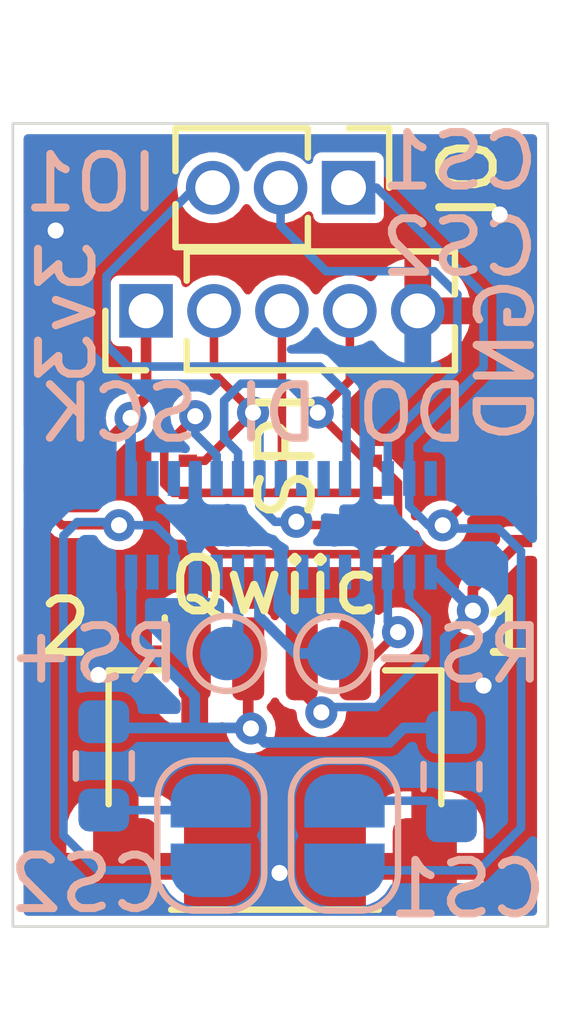
<source format=kicad_pcb>
(kicad_pcb (version 20240108) (generator "pcbnew") (generator_version "8.0")
  (layers (0 "F.Cu" signal) (31 "B.Cu" signal) (34 "B.Paste" user) (35 "F.Paste" user) (36 "B.SilkS" user "B.Silkscreen") (37 "F.SilkS" user "F.Silkscreen") (38 "B.Mask" user) (39 "F.Mask" user) (44 "Edge.Cuts" user))
  (net 0 "")
  (net 1 "GND")
  (net 2 "MOSI1")
  (net 3 "VDD")
  (net 4 "MISO1")
  (net 5 "CS1")
  (net 6 "SCK1")
  (net 7 "CS2")
  (net 8 "Free1")
  (net 9 "SCL1")
  (net 10 "RS485+")
  (net 11 "RS485-")
  (net 12 "SDA1")
  (net 13 "Net-(JP1-B)")
  (net 14 "Net-(JP2-B)")
  (footprint "Connector_PinHeader_1.27mm:PinHeader_1x05_P1.27mm_Vertical" (layer "F.Cu") (at 141.99 98.3 90)
    (property "Reference" "J1" (hide yes))
    (property "Value" "SPI")
    (fp_line (start -1.11 -0.76) (end 0 -0.76) (stroke (width 0.12)) (layer "F.SilkS"))
    (fp_line (start -1.11 0) (end -1.11 -0.76) (stroke (width 0.12)) (layer "F.SilkS"))
    (fp_line (start 1.11 0.76) (end 1.11 5.775) (stroke (width 0.12)) (layer "F.SilkS"))
    (fp_line (start 0.563471 0.76) (end 1.11 0.76) (stroke (width 0.12)) (layer "F.SilkS"))
    (fp_line (start -1.11 0.76) (end -0.563471 0.76) (stroke (width 0.12)) (layer "F.SilkS"))
    (fp_line (start -1.11 0.76) (end -1.11 5.775) (stroke (width 0.12)) (layer "F.SilkS"))
    (fp_line (start 0.30753 5.775) (end 1.11 5.775) (stroke (width 0.12)) (layer "F.SilkS"))
    (fp_line (start -1.11 5.775) (end -0.30753 5.775) (stroke (width 0.12)) (layer "F.SilkS"))
    (pad "1" thru_hole rect (at 0 0 90) (size 1 1) (drill 0.65) (layers "*.Cu" "*.Mask") (net 3 "VDD"))
    (pad "2" thru_hole oval (at 0 1.27 90) (size 1 1) (drill 0.65) (layers "*.Cu" "*.Mask") (net 6 "SCK1"))
    (pad "3" thru_hole oval (at 0 2.54 90) (size 1 1) (drill 0.65) (layers "*.Cu" "*.Mask") (net 4 "MISO1"))
    (pad "4" thru_hole oval (at 0 3.81 90) (size 1 1) (drill 0.65) (layers "*.Cu" "*.Mask") (net 2 "MOSI1"))
    (pad "5" thru_hole oval (at 0 5.08 90) (size 1 1) (drill 0.65) (layers "*.Cu" "*.Mask") (net 1 "GND"))
  )
  (footprint "Connector_JST:JST_SH_SM04B-SRSS-TB_1x04-1MP_P1.00mm_Horizontal" (layer "F.Cu") (at 144.4 106.8)
    (property "Reference" "J7" (hide yes))
    (property "Value" "JST SH")
    (fp_line (start -3.11 -1.785) (end -2.06 -1.785) (stroke (width 0.12)) (layer "F.SilkS"))
    (fp_line (start -3.11 0.715) (end -3.11 -1.785) (stroke (width 0.12)) (layer "F.SilkS"))
    (fp_line (start -2.06 -1.785) (end -2.06 -2.775) (stroke (width 0.12)) (layer "F.SilkS"))
    (fp_line (start -1.94 2.685) (end 1.94 2.685) (stroke (width 0.12)) (layer "F.SilkS"))
    (fp_line (start 3.11 -1.785) (end 2.06 -1.785) (stroke (width 0.12)) (layer "F.SilkS"))
    (fp_line (start 3.11 0.715) (end 3.11 -1.785) (stroke (width 0.12)) (layer "F.SilkS"))
    (pad "1" smd roundrect (at -1.5 -2) (size 0.6 1.55) (layers "F.Cu" "F.Paste" "F.Mask") (net 1 "GND"))
    (pad "2" smd roundrect (at -0.5 -2) (size 0.6 1.55) (layers "F.Cu" "F.Paste" "F.Mask") (net 3 "VDD"))
    (pad "3" smd roundrect (at 0.5 -2) (size 0.6 1.55) (layers "F.Cu" "F.Paste" "F.Mask") (net 12 "SDA1"))
    (pad "4" smd roundrect (at 1.5 -2) (size 0.6 1.55) (layers "F.Cu" "F.Paste" "F.Mask") (net 9 "SCL1"))
    (pad "MP" smd roundrect (at -2.8 1.875) (size 1.2 1.8) (layers "F.Cu" "F.Paste" "F.Mask") (roundrect_rratio 0.208333) (net 1 "GND"))
    (pad "MP" smd roundrect (at 2.8 1.875) (size 1.2 1.8) (layers "F.Cu" "F.Paste" "F.Mask") (roundrect_rratio 0.208333) (net 1 "GND"))
  )
  (footprint "Connector_PinHeader_1.27mm:PinHeader_1x03_P1.27mm_Vertical" (layer "F.Cu") (at 145.775 96 -90)
    (property "Reference" "J3" (hide yes))
    (property "Value" "free pins")
    (fp_line (start -1.11 3.235) (end -0.30753 3.235) (stroke (width 0.12)) (layer "F.SilkS"))
    (fp_line (start 0.30753 3.235) (end 1.11 3.235) (stroke (width 0.12)) (layer "F.SilkS"))
    (fp_line (start -1.11 0.76) (end -1.11 3.235) (stroke (width 0.12)) (layer "F.SilkS"))
    (fp_line (start -1.11 0.76) (end -0.563471 0.76) (stroke (width 0.12)) (layer "F.SilkS"))
    (fp_line (start 0.563471 0.76) (end 1.11 0.76) (stroke (width 0.12)) (layer "F.SilkS"))
    (fp_line (start 1.11 0.76) (end 1.11 3.235) (stroke (width 0.12)) (layer "F.SilkS"))
    (fp_line (start -1.11 0) (end -1.11 -0.76) (stroke (width 0.12)) (layer "F.SilkS"))
    (fp_line (start -1.11 -0.76) (end 0 -0.76) (stroke (width 0.12)) (layer "F.SilkS"))
    (pad "1" thru_hole rect (at 0 0 270) (size 1 1) (drill 0.65) (layers "*.Cu" "*.Mask") (net 5 "CS1"))
    (pad "2" thru_hole oval (at 0 1.27 270) (size 1 1) (drill 0.65) (layers "*.Cu" "*.Mask") (net 7 "CS2"))
    (pad "3" thru_hole oval (at 0 2.54 270) (size 1 1) (drill 0.65) (layers "*.Cu" "*.Mask") (net 8 "Free1"))
  )
  (footprint "custom_Interface_HID:fpc_7pin_0.3mm_connector Panasonic" (layer "F.Cu") (at 147.7 101.7 90)
    (property "Reference" "J2" (hide yes))
    (property "Value" "7 pin FPC 0.3mm Panasonic Y3b")
    (pad "1" smd rect (at -0.9 1.29 90) (size 0.23 0.44) (layers "F.Cu" "F.Mask") (net 3 "VDD"))
    (pad "2" smd rect (at -0.6 -1.47 90) (size 0.23 0.34) (layers "F.Cu" "F.Mask") (net 6 "SCK1"))
    (pad "3" smd rect (at -0.3 1.29 90) (size 0.23 0.44) (layers "F.Cu" "F.Mask") (net 1 "GND"))
    (pad "4" smd rect (at 0 -1.47 90) (size 0.23 0.34) (layers "F.Cu" "F.Mask") (net 4 "MISO1"))
    (pad "5" smd rect (at 0.3 1.29 90) (size 0.23 0.44) (layers "F.Cu" "F.Mask") (net 5 "CS1"))
    (pad "6" smd rect (at 0.6 -1.47 90) (size 0.23 0.34) (layers "F.Cu" "F.Mask") (net 2 "MOSI1"))
    (pad "7" smd rect (at 0.9 1.29 90) (size 0.23 0.44) (layers "F.Cu" "F.Mask") (net 1 "GND"))
  )
  (footprint "custom_Interface_HID:fpc_7pin_0.3mm_connector Panasonic" (layer "F.Cu") (at 141.3 101.7 -90)
    (property "Reference" "J5" (hide yes))
    (property "Value" "7 pin FPC 0.3mm Panasonic Y3b")
    (pad "1" smd rect (at -0.9 1.29 270) (size 0.23 0.44) (layers "F.Cu" "F.Mask") (net 3 "VDD"))
    (pad "2" smd rect (at -0.6 -1.47 270) (size 0.23 0.34) (layers "F.Cu" "F.Mask") (net 6 "SCK1"))
    (pad "3" smd rect (at -0.3 1.29 270) (size 0.23 0.44) (layers "F.Cu" "F.Mask") (net 1 "GND"))
    (pad "4" smd rect (at 0 -1.47 270) (size 0.23 0.34) (layers "F.Cu" "F.Mask") (net 4 "MISO1"))
    (pad "5" smd rect (at 0.3 1.29 270) (size 0.23 0.44) (layers "F.Cu" "F.Mask") (net 7 "CS2"))
    (pad "6" smd rect (at 0.6 -1.47 270) (size 0.23 0.34) (layers "F.Cu" "F.Mask") (net 2 "MOSI1"))
    (pad "7" smd rect (at 0.9 1.29 270) (size 0.23 0.44) (layers "F.Cu" "F.Mask") (net 1 "GND"))
  )
  (footprint "TestPoint:TestPoint_Pad_D1.0mm" (layer "B.Cu") (at 143.5 104.7 -90)
    (property "Reference" "TP2" (hide yes))
    (property "Value" "RS485+")
    (fp_circle (center 0 0) (end 0 -0.7) (stroke (width 0.12)) (fill none) (layer "B.SilkS"))
    (pad "1" smd circle (at 0 0 270) (size 1 1) (layers "B.Cu" "B.Mask") (net 10 "RS485+"))
  )
  (footprint "Resistor_SMD:R_0603_1608Metric" (layer "B.Cu") (at 141.2 106.8 -90)
    (property "Reference" "R2" (hide yes))
    (property "Value" "10k")
    (fp_line (start 0.237258 0.5225) (end -0.237258 0.5225) (stroke (width 0.12)) (layer "B.SilkS"))
    (fp_line (start 0.237258 -0.5225) (end -0.237258 -0.5225) (stroke (width 0.12)) (layer "B.SilkS"))
    (pad "1" smd roundrect (at -0.825 0 270) (size 0.8 0.95) (layers "B.Cu" "B.Paste" "B.Mask") (net 3 "VDD"))
    (pad "2" smd roundrect (at 0.825 0 270) (size 0.8 0.95) (layers "B.Cu" "B.Paste" "B.Mask") (net 13 "Net-(JP1-B)"))
  )
  (footprint "Jumper:SolderJumper-2_P1.3mm_Open_RoundedPad1.0x1.5mm" (layer "B.Cu") (at 145.7 108.1 90)
    (property "Reference" "JP2" (hide yes))
    (property "Value" "CS1" (at -1 2.3 180) (layer "B.SilkS") (effects (justify mirror)))
    (fp_line (start -0.7 -1) (end 0.7 -1) (stroke (width 0.12)) (layer "B.SilkS"))
    (fp_line (start 1.4 -0.3) (end 1.4 0.3) (stroke (width 0.12)) (layer "B.SilkS"))
    (fp_line (start -1.4 0.3) (end -1.4 -0.3) (stroke (width 0.12)) (layer "B.SilkS"))
    (fp_line (start 0.7 1) (end -0.7 1) (stroke (width 0.12)) (layer "B.SilkS"))
    (fp_arc (start 0.7 -1) (mid 1.194975 -0.794975) (end 1.4 -0.3) (stroke (width 0.12)) (layer "B.SilkS"))
    (fp_arc (start -1.4 -0.3) (mid -1.194975 -0.794975) (end -0.7 -1) (stroke (width 0.12)) (layer "B.SilkS"))
    (fp_arc (start 1.4 0.3) (mid 1.194975 0.794975) (end 0.7 1) (stroke (width 0.12)) (layer "B.SilkS"))
    (fp_arc (start -0.7 1) (mid -1.194975 0.794975) (end -1.4 0.3) (stroke (width 0.12)) (layer "B.SilkS"))
    (pad "1" smd custom (at -0.65 0 90) (size 1 0.5) (layers "B.Cu" "B.Mask") (net 5 "CS1") (options (clearance outline) (anchor rect)) (primitives (gr_circle (center 0 -0.25) (end 0.5 -0.25) (width 0) (fill yes)) (gr_circle (center 0 0.25) (end 0.5 0.25) (width 0) (fill yes)) (gr_poly (pts (xy 0.5 -0.75) (xy 0 -0.75) (xy 0 0.75) (xy 0.5 0.75)) (width 0) (fill yes))))
    (pad "2" smd custom (at 0.65 0 90) (size 1 0.5) (layers "B.Cu" "B.Mask") (net 14 "Net-(JP2-B)") (options (clearance outline) (anchor rect)) (primitives (gr_circle (center 0 -0.25) (end 0.5 -0.25) (width 0) (fill yes)) (gr_circle (center 0 0.25) (end 0.5 0.25) (width 0) (fill yes)) (gr_poly (pts (xy 0 -0.75) (xy -0.5 -0.75) (xy -0.5 0.75) (xy 0 0.75)) (width 0) (fill yes))))
  )
  (footprint "Jumper:SolderJumper-2_P1.3mm_Open_RoundedPad1.0x1.5mm" (layer "B.Cu") (at 143.2 108.1 90)
    (property "Reference" "JP1" (hide yes))
    (property "Value" "CS2" (at -0.9 -2.3 180) (layer "B.SilkS") (effects (justify mirror)))
    (fp_line (start -0.7 -1) (end 0.7 -1) (stroke (width 0.12)) (layer "B.SilkS"))
    (fp_line (start 1.4 -0.3) (end 1.4 0.3) (stroke (width 0.12)) (layer "B.SilkS"))
    (fp_line (start -1.4 0.3) (end -1.4 -0.3) (stroke (width 0.12)) (layer "B.SilkS"))
    (fp_line (start 0.7 1) (end -0.7 1) (stroke (width 0.12)) (layer "B.SilkS"))
    (fp_arc (start 0.7 -1) (mid 1.194975 -0.794975) (end 1.4 -0.3) (stroke (width 0.12)) (layer "B.SilkS"))
    (fp_arc (start -1.4 -0.3) (mid -1.194975 -0.794975) (end -0.7 -1) (stroke (width 0.12)) (layer "B.SilkS"))
    (fp_arc (start 1.4 0.3) (mid 1.194975 0.794975) (end 0.7 1) (stroke (width 0.12)) (layer "B.SilkS"))
    (fp_arc (start -0.7 1) (mid -1.194975 0.794975) (end -1.4 0.3) (stroke (width 0.12)) (layer "B.SilkS"))
    (pad "1" smd custom (at -0.65 0 90) (size 1 0.5) (layers "B.Cu" "B.Mask") (net 7 "CS2") (options (clearance outline) (anchor rect)) (primitives (gr_circle (center 0 -0.25) (end 0.5 -0.25) (width 0) (fill yes)) (gr_circle (center 0 0.25) (end 0.5 0.25) (width 0) (fill yes)) (gr_poly (pts (xy 0.5 -0.75) (xy 0 -0.75) (xy 0 0.75) (xy 0.5 0.75)) (width 0) (fill yes))))
    (pad "2" smd custom (at 0.65 0 90) (size 1 0.5) (layers "B.Cu" "B.Mask") (net 13 "Net-(JP1-B)") (options (clearance outline) (anchor rect)) (primitives (gr_circle (center 0 -0.25) (end 0.5 -0.25) (width 0) (fill yes)) (gr_circle (center 0 0.25) (end 0.5 0.25) (width 0) (fill yes)) (gr_poly (pts (xy 0 -0.75) (xy -0.5 -0.75) (xy -0.5 0.75) (xy 0 0.75)) (width 0) (fill yes))))
  )
  (footprint "custom_testpoints:TE_mezzanine_conn_3-2363962-0" (layer "B.Cu") (at 144.5 102.3 180)
    (property "Reference" "J15" (hide yes))
    (property "Value" "TE 3-2363962-0 Connector" (hide yes))
    (pad "1" smd rect (at -2.81 -0.88 180) (size 0.23 0.65) (layers "B.Cu" "B.Paste" "B.Mask") (net 3 "VDD"))
    (pad "2" smd rect (at -2.81 0.87 180) (size 0.23 0.65) (layers "B.Cu" "B.Paste" "B.Mask") (net 3 "VDD"))
    (pad "3" smd rect (at -2.41 -0.88 180) (size 0.23 0.65) (layers "B.Cu" "B.Paste" "B.Mask") (net 12 "SDA1"))
    (pad "4" smd rect (at -2.41 0.87 180) (size 0.23 0.65) (layers "B.Cu" "B.Paste" "B.Mask") (net 5 "CS1"))
    (pad "5" smd rect (at -2.01 -0.88 180) (size 0.23 0.65) (layers "B.Cu" "B.Paste" "B.Mask") (net 9 "SCL1"))
    (pad "6" smd rect (at -2.01 0.87 180) (size 0.23 0.65) (layers "B.Cu" "B.Paste" "B.Mask") (net 7 "CS2"))
    (pad "7" smd rect (at -1.61 -0.88 180) (size 0.23 0.65) (layers "B.Cu" "B.Paste" "B.Mask") (net 1 "GND"))
    (pad "8" smd rect (at -1.61 0.87 180) (size 0.23 0.65) (layers "B.Cu" "B.Paste" "B.Mask") (net 1 "GND"))
    (pad "9" smd rect (at -1.21 -0.88 180) (size 0.23 0.65) (layers "B.Cu" "B.Paste" "B.Mask") (net 4 "MISO1"))
    (pad "10" smd rect (at -1.21 0.87 180) (size 0.23 0.65) (layers "B.Cu" "B.Paste" "B.Mask") (net 8 "Free1"))
    (pad "11" smd rect (at -0.81 -0.88 180) (size 0.23 0.65) (layers "B.Cu" "B.Paste" "B.Mask") (net 2 "MOSI1"))
    (pad "12" smd rect (at -0.81 0.87 180) (size 0.23 0.65) (layers "B.Cu" "B.Paste" "B.Mask") (net 10 "RS485+"))
    (pad "13" smd rect (at -0.41 -0.88 180) (size 0.23 0.65) (layers "B.Cu" "B.Paste" "B.Mask") (net 6 "SCK1"))
    (pad "14" smd rect (at -0.41 0.87 180) (size 0.23 0.65) (layers "B.Cu" "B.Paste" "B.Mask") (net 11 "RS485-"))
    (pad "15" smd rect (at -0.01 -0.88 180) (size 0.23 0.65) (layers "B.Cu" "B.Paste" "B.Mask") (net 1 "GND"))
    (pad "16" smd rect (at -0.01 0.87 180) (size 0.23 0.65) (layers "B.Cu" "B.Paste" "B.Mask") (net 1 "GND"))
    (pad "17" smd rect (at 0.39 -0.88 180) (size 0.23 0.65) (layers "B.Cu" "B.Paste" "B.Mask") (net 11 "RS485-"))
    (pad "18" smd rect (at 0.39 0.87 180) (size 0.23 0.65) (layers "B.Cu" "B.Paste" "B.Mask") (net 6 "SCK1"))
    (pad "19" smd rect (at 0.79 -0.88 180) (size 0.23 0.65) (layers "B.Cu" "B.Paste" "B.Mask") (net 10 "RS485+"))
    (pad "20" smd rect (at 0.79 0.87 180) (size 0.23 0.65) (layers "B.Cu" "B.Paste" "B.Mask") (net 2 "MOSI1"))
    (pad "21" smd rect (at 1.19 -0.88 180) (size 0.23 0.65) (layers "B.Cu" "B.Paste" "B.Mask") (net 8 "Free1"))
    (pad "22" smd rect (at 1.19 0.87 180) (size 0.23 0.65) (layers "B.Cu" "B.Paste" "B.Mask") (net 4 "MISO1"))
    (pad "23" smd rect (at 1.59 -0.88 180) (size 0.23 0.65) (layers "B.Cu" "B.Paste" "B.Mask") (net 1 "GND"))
    (pad "24" smd rect (at 1.59 0.87 180) (size 0.23 0.65) (layers "B.Cu" "B.Paste" "B.Mask") (net 1 "GND"))
    (pad "25" smd rect (at 1.99 -0.88 180) (size 0.23 0.65) (layers "B.Cu" "B.Paste" "B.Mask") (net 7 "CS2"))
    (pad "26" smd rect (at 1.99 0.87 180) (size 0.23 0.65) (layers "B.Cu" "B.Paste" "B.Mask") (net 9 "SCL1"))
    (pad "27" smd rect (at 2.39 -0.88 180) (size 0.23 0.65) (layers "B.Cu" "B.Paste" "B.Mask") (net 5 "CS1"))
    (pad "28" smd rect (at 2.39 0.87 180) (size 0.23 0.65) (layers "B.Cu" "B.Paste" "B.Mask") (net 12 "SDA1"))
    (pad "29" smd rect (at 2.79 -0.88 180) (size 0.23 0.65) (layers "B.Cu" "B.Paste" "B.Mask") (net 3 "VDD"))
    (pad "30" smd rect (at 2.79 0.87 180) (size 0.23 0.65) (layers "B.Cu" "B.Paste" "B.Mask") (net 3 "VDD"))
    (pad "MP" smd rect (at -3.61 -0.57 180) (size 0.45 0.53) (layers "B.Cu" "B.Paste" "B.Mask") (net 1 "GND"))
    (pad "MP" smd rect (at -3.61 0.56 180) (size 0.45 0.53) (layers "B.Cu" "B.Paste" "B.Mask") (net 1 "GND"))
    (pad "MP" smd rect (at 3.59 -0.57 180) (size 0.45 0.53) (layers "B.Cu" "B.Paste" "B.Mask") (net 1 "GND"))
    (pad "MP" smd rect (at 3.59 0.56 180) (size 0.45 0.53) (layers "B.Cu" "B.Paste" "B.Mask") (net 1 "GND"))
  )
  (footprint "Resistor_SMD:R_0603_1608Metric" (layer "B.Cu") (at 147.7 107 -90)
    (property "Reference" "R4" (hide yes))
    (property "Value" "10k")
    (fp_line (start 0.237258 0.5225) (end -0.237258 0.5225) (stroke (width 0.12)) (layer "B.SilkS"))
    (fp_line (start 0.237258 -0.5225) (end -0.237258 -0.5225) (stroke (width 0.12)) (layer "B.SilkS"))
    (pad "1" smd roundrect (at -0.825 0 270) (size 0.8 0.95) (layers "B.Cu" "B.Paste" "B.Mask") (net 3 "VDD"))
    (pad "2" smd roundrect (at 0.825 0 270) (size 0.8 0.95) (layers "B.Cu" "B.Paste" "B.Mask") (net 14 "Net-(JP2-B)"))
  )
  (footprint "TestPoint:TestPoint_Pad_D1.0mm" (layer "B.Cu") (at 145.5 104.7 -90)
    (property "Reference" "TP1" (hide yes))
    (property "Value" "RS485-")
    (fp_circle (center 0 0) (end 0 -0.7) (stroke (width 0.12)) (fill none) (layer "B.SilkS"))
    (pad "1" smd circle (at 0 0 270) (size 1 1) (layers "B.Cu" "B.Mask") (net 11 "RS485-"))
  )
  (gr_rect (start 139.5 94.8) (end 149.5 109.8) (stroke (width 0.05)) (fill none) (layer "Edge.Cuts"))
  (gr_text "IO1" (at 142.3 96.5 0) (layer "B.SilkS") (effects (font (size 1 1)) (justify left bottom mirror)))
  (gr_text "DO DI SCK" (at 148.1 100.8 0) (layer "B.SilkS") (effects (font (size 1 1)) (justify left bottom mirror)))
  (gr_text "3v3" (at 141.1 96.9 90) (layer "B.SilkS") (effects (font (size 1 1)) (justify left bottom mirror)))
  (gr_text "CS1\nCS2" (at 149.4 97.7 0) (layer "B.SilkS") (effects (font (size 1 1)) (justify left bottom mirror)))
  (gr_text "GND" (at 149.3 97.6 90) (layer "B.SilkS") (effects (font (size 1 1)) (justify left bottom mirror)))
  (gr_text "RS+" (at 142.7 105.3 0) (layer "B.SilkS") (effects (font (size 1 1)) (justify left bottom mirror)))
  (gr_text "RS-" (at 149.5 105.3 0) (layer "B.SilkS") (effects (font (size 1 1)) (justify left bottom mirror)))
  (gr_text "2" (at 139.9 104.8 0) (layer "F.SilkS") (effects (font (size 1 1)) (justify left bottom)))
  (gr_text "Qwiic" (at 142.34 104.025 0) (layer "F.SilkS") (effects (font (size 1 1)) (justify left bottom)))
  (gr_text "SPI\n" (at 145.2 102.3 90) (layer "F.SilkS") (effects (font (size 1 1)) (justify left bottom)))
  (gr_text "IO" (at 148.6 96.7 90) (layer "F.SilkS") (effects (font (size 1 1)) (justify left bottom)))
  (gr_text "1" (at 148.2 104.8 0) (layer "F.SilkS") (effects (font (size 1 1)) (justify left bottom)))
  (segment (start 148.99 102) (end 148.9 102) (width 0.16) (layer "F.Cu") (net 1))
  (via (at 140.3 96.8) (size 0.6) (drill 0.3) (layers "F.Cu" "B.Cu") (net 1))
  (via (at 148.3 105.3) (size 0.6) (drill 0.3) (layers "F.Cu" "B.Cu") (net 1))
  (via (at 141.1 105.1) (size 0.6) (drill 0.3) (layers "F.Cu" "B.Cu") (net 1))
  (via (at 148.6 96.5) (size 0.6) (drill 0.3) (layers "F.Cu" "B.Cu") (net 1))
  (via (at 144.485 108.799246) (size 0.6) (drill 0.3) (layers "F.Cu" "B.Cu") (net 1))
  (segment (start 148.64 104.96) (end 148.64 103.4) (width 0.16) (layer "B.Cu") (net 1))
  (segment (start 148.3 105.3) (end 148.64 104.96) (width 0.16) (layer "B.Cu") (net 1))
  (segment (start 148.64 103.4) (end 148.11 102.87) (width 0.16) (layer "B.Cu") (net 1))
  (segment (start 146.7 102.6) (end 146.7 101.515) (width 0.16) (layer "F.Cu") (net 2))
  (segment (start 143.315158 102.845158) (end 146.454842 102.845158) (width 0.16) (layer "F.Cu") (net 2))
  (segment (start 146.285 101.1) (end 146.23 101.1) (width 0.16) (layer "F.Cu") (net 2))
  (segment (start 146.454842 102.845158) (end 146.7 102.6) (width 0.16) (layer "F.Cu") (net 2))
  (segment (start 145.2 100.2) (end 146.1 101.1) (width 0.16) (layer "F.Cu") (net 2))
  (segment (start 146.7 101.515) (end 146.285 101.1) (width 0.16) (layer "F.Cu") (net 2))
  (segment (start 145.8 99.6) (end 145.8 98.3) (width 0.16) (layer "F.Cu") (net 2))
  (segment (start 146.1 101.1) (end 146.23 101.1) (width 0.16) (layer "F.Cu") (net 2))
  (segment (start 145.2 100.2) (end 145.8 99.6) (width 0.16) (layer "F.Cu") (net 2))
  (segment (start 142.77 102.3) (end 143.315158 102.845158) (width 0.16) (layer "F.Cu") (net 2))
  (via (at 145.2 100.2) (size 0.6) (drill 0.3) (layers "F.Cu" "B.Cu") (net 2))
  (segment (start 143.766324 99.66) (end 143.45 99.976324) (width 0.16) (layer "B.Cu") (net 2))
  (segment (start 144.66 99.66) (end 143.766324 99.66) (width 0.16) (layer "B.Cu") (net 2))
  (segment (start 145.2 100.2) (end 144.66 99.66) (width 0.16) (layer "B.Cu") (net 2))
  (segment (start 143.45 100.685) (end 143.71 100.945) (width 0.16) (layer "B.Cu") (net 2))
  (segment (start 143.45 99.976324) (end 143.45 100.685) (width 0.16) (layer "B.Cu") (net 2))
  (segment (start 143.71 100.945) (end 143.71 101.43) (width 0.16) (layer "B.Cu") (net 2))
  (segment (start 148.1 103.49) (end 148.99 102.6) (width 0.2) (layer "F.Cu") (net 3))
  (segment (start 141.2 100.8) (end 141.7 100.3) (width 0.2) (layer "F.Cu") (net 3))
  (segment (start 148.1 103.9) (end 148.1 103.49) (width 0.2) (layer "F.Cu") (net 3))
  (segment (start 143.9 106.05) (end 143.9 104.8) (width 0.2) (layer "F.Cu") (net 3))
  (segment (start 140.01 100.8) (end 141.2 100.8) (width 0.2) (layer "F.Cu") (net 3))
  (segment (start 143.95 106.1) (end 143.9 106.05) (width 0.2) (layer "F.Cu") (net 3))
  (segment (start 141.7 100.2) (end 141.99 99.91) (width 0.2) (layer "F.Cu") (net 3))
  (segment (start 141.99 99.91) (end 141.99 98.3) (width 0.2) (layer "F.Cu") (net 3))
  (segment (start 141.7 100.3) (end 141.7 100.2) (width 0.2) (layer "F.Cu") (net 3))
  (via (at 141.7 100.3) (size 0.6) (drill 0.3) (layers "F.Cu" "B.Cu") (net 3))
  (via (at 148.1 103.9) (size 0.6) (drill 0.3) (layers "F.Cu" "B.Cu") (net 3))
  (via (at 143.95 106.1) (size 0.6) (drill 0.3) (layers "F.Cu" "B.Cu") (net 3))
  (segment (start 143.95 106.1) (end 144.21 106.36) (width 0.2) (layer "B.Cu") (net 3))
  (segment (start 146.81 106.09) (end 147.5 106.09) (width 0.2) (layer "B.Cu") (net 3))
  (segment (start 141.71 103.18) (end 141.71 104.3) (width 0.2) (layer "B.Cu") (net 3))
  (segment (start 141.4 106.09) (end 142.9 106.09) (width 0.2) (layer "B.Cu") (net 3))
  (segment (start 147.58 104.42) (end 148.1 103.9) (width 0.2) (layer "B.Cu") (net 3))
  (segment (start 141.71 104.3) (end 142.9 105.49) (width 0.2) (layer "B.Cu") (net 3))
  (segment (start 143.94 106.09) (end 142.9 106.09) (width 0.2) (layer "B.Cu") (net 3))
  (segment (start 147.5 106.09) (end 147.5 105.9) (width 0.2) (layer "B.Cu") (net 3))
  (segment (start 144.21 106.36) (end 146.54 106.36) (width 0.2) (layer "B.Cu") (net 3))
  (segment (start 147.58 105.82) (end 147.58 104.42) (width 0.2) (layer "B.Cu") (net 3))
  (segment (start 147.5 105.9) (end 147.58 105.82) (width 0.2) (layer "B.Cu") (net 3))
  (segment (start 146.54 106.36) (end 146.81 106.09) (width 0.2) (layer "B.Cu") (net 3))
  (segment (start 142.9 105.49) (end 142.9 106.09) (width 0.2) (layer "B.Cu") (net 3))
  (segment (start 147.31 103.18) (end 147.38 103.18) (width 0.2) (layer "B.Cu") (net 3))
  (segment (start 143.95 106.1) (end 143.94 106.09) (width 0.2) (layer "B.Cu") (net 3))
  (segment (start 141.7 101.42) (end 141.71 101.43) (width 0.2) (layer "B.Cu") (net 3))
  (segment (start 141.7 100.3) (end 141.7 101.42) (width 0.2) (layer "B.Cu") (net 3))
  (segment (start 147.38 103.18) (end 148.1 103.9) (width 0.2) (layer "B.Cu") (net 3))
  (segment (start 142.77 101.7) (end 144.4 101.7) (width 0.16) (layer "F.Cu") (net 4))
  (segment (start 144.53 101.57) (end 144.53 98.3) (width 0.16) (layer "F.Cu") (net 4))
  (segment (start 144.4 101.7) (end 146.23 101.7) (width 0.16) (layer "F.Cu") (net 4))
  (segment (start 144.4 101.7) (end 144.53 101.57) (width 0.16) (layer "F.Cu") (net 4))
  (segment (start 142.33 101.53) (end 142.5 101.7) (width 0.16) (layer "F.Cu") (net 4))
  (segment (start 142.91 100.267114) (end 142.33 100.847114) (width 0.16) (layer "F.Cu") (net 4))
  (segment (start 142.5 101.7) (end 142.77 101.7) (width 0.16) (layer "F.Cu") (net 4))
  (segment (start 142.33 100.847114) (end 142.33 101.53) (width 0.16) (layer "F.Cu") (net 4))
  (via (at 142.91 100.267114) (size 0.6) (drill 0.3) (layers "F.Cu" "B.Cu") (net 4))
  (segment (start 143.31 100.997548) (end 143.31 101.43) (width 0.16) (layer "B.Cu") (net 4))
  (segment (start 142.91 100.597548) (end 143.31 100.997548) (width 0.16) (layer "B.Cu") (net 4))
  (segment (start 142.91 100.267114) (end 142.91 100.597548) (width 0.16) (layer "B.Cu") (net 4))
  (segment (start 148.441309 101.4) (end 148.99 101.4) (width 0.16) (layer "F.Cu") (net 5))
  (segment (start 147.536151 102.305158) (end 148.441309 101.4) (width 0.16) (layer "F.Cu") (net 5))
  (via (at 147.536151 102.305158) (size 0.6) (drill 0.3) (layers "F.Cu" "B.Cu") (net 5))
  (segment (start 148.3 99.352548) (end 146.91 100.742548) (width 0.16) (layer "B.Cu") (net 5))
  (segment (start 148.3 98) (end 148.3 99.352548) (width 0.16) (layer "B.Cu") (net 5))
  (segment (start 146.3 96) (end 148.3 98) (width 0.16) (layer "B.Cu") (net 5))
  (segment (start 146.91 101.95) (end 146.91 101.43) (width 0.16) (layer "B.Cu") (net 5))
  (segment (start 147.536151 102.305158) (end 147.265158 102.305158) (width 0.16) (layer "B.Cu") (net 5))
  (segment (start 148.205 108.75) (end 145.7 108.75) (width 0.16) (layer "B.Cu") (net 5))
  (segment (start 147.595993 102.365) (end 148.575 102.365) (width 0.16) (layer "B.Cu") (net 5))
  (segment (start 147.265158 102.305158) (end 146.91 101.95) (width 0.16) (layer "B.Cu") (net 5))
  (segment (start 149 107.955) (end 148.205 108.75) (width 0.16) (layer "B.Cu") (net 5))
  (segment (start 146.91 100.742548) (end 146.91 101.43) (width 0.16) (layer "B.Cu") (net 5))
  (segment (start 147.536151 102.305158) (end 147.595993 102.365) (width 0.16) (layer "B.Cu") (net 5))
  (segment (start 148.575 102.365) (end 149 102.79) (width 0.16) (layer "B.Cu") (net 5))
  (segment (start 145.775 96) (end 146.3 96) (width 0.16) (layer "B.Cu") (net 5))
  (segment (start 149 102.79) (end 149 107.955) (width 0.16) (layer "B.Cu") (net 5))
  (segment (start 143.99 100.2) (end 143.26 99.47) (width 0.16) (layer "F.Cu") (net 6))
  (segment (start 143.99 100.2) (end 143.09 101.1) (width 0.16) (layer "F.Cu") (net 6))
  (segment (start 143.09 101.1) (end 142.77 101.1) (width 0.16) (layer "F.Cu") (net 6))
  (segment (start 144.86 102.3) (end 144.8 102.24) (width 0.16) (layer "F.Cu") (net 6))
  (segment (start 146.23 102.3) (end 144.86 102.3) (width 0.16) (layer "F.Cu") (net 6))
  (segment (start 143.26 99.47) (end 143.26 98.3) (width 0.16) (layer "F.Cu") (net 6))
  (via (at 144.8 102.24) (size 0.6) (drill 0.3) (layers "F.Cu" "B.Cu") (net 6))
  (via (at 143.99 100.2) (size 0.6) (drill 0.3) (layers "F.Cu" "B.Cu") (net 6))
  (segment (start 144.4 102.24) (end 144.11 101.95) (width 0.16) (layer "B.Cu") (net 6))
  (segment (start 144.8 102.24) (end 144.4 102.24) (width 0.16) (layer "B.Cu") (net 6))
  (segment (start 144.11 101.95) (end 144.11 101.43) (width 0.16) (layer "B.Cu") (net 6))
  (segment (start 143.99 100.2) (end 144.11 100.32) (width 0.16) (layer "B.Cu") (net 6))
  (segment (start 144.8 102.24) (end 144.91 102.35) (width 0.16) (layer "B.Cu") (net 6))
  (segment (start 144.11 100.32) (end 144.11 101.43) (width 0.16) (layer "B.Cu") (net 6))
  (segment (start 140.418746 102.303746) (end 140.115 102) (width 0.16) (layer "F.Cu") (net 7))
  (segment (start 141.484789 102.303746) (end 140.418746 102.303746) (width 0.16) (layer "F.Cu") (net 7))
  (segment (start 140.115 102) (end 140.01 102) (width 0.16) (layer "F.Cu") (net 7))
  (via (at 141.484789 102.303746) (size 0.6) (drill 0.3) (layers "F.Cu" "B.Cu") (net 7))
  (segment (start 140.445 102.5) (end 140.445 108.1) (width 0.16) (layer "B.Cu") (net 7))
  (segment (start 141.095 108.75) (end 143.2 108.75) (width 0.16) (layer "B.Cu") (net 7))
  (segment (start 145.357894 97.56) (end 147.376519 97.56) (width 0.16) (layer "B.Cu") (net 7))
  (segment (start 147.81 99.39) (end 146.51 100.69) (width 0.16) (layer "B.Cu") (net 7))
  (segment (start 147.81 97.993481) (end 147.81 99.39) (width 0.16) (layer "B.Cu") (net 7))
  (segment (start 144.505 96.707106) (end 145.357894 97.56) (width 0.16) (layer "B.Cu") (net 7))
  (segment (start 146.51 100.69) (end 146.51 101.43) (width 0.16) (layer "B.Cu") (net 7))
  (segment (start 142.51 102.66) (end 142.51 103.18) (width 0.16) (layer "B.Cu") (net 7))
  (segment (start 141.426043 102.245) (end 140.7 102.245) (width 0.16) (layer "B.Cu") (net 7))
  (segment (start 140.445 108.1) (end 141.095 108.75) (width 0.16) (layer "B.Cu") (net 7))
  (segment (start 147.376519 97.56) (end 147.81 97.993481) (width 0.16) (layer "B.Cu") (net 7))
  (segment (start 142.153746 102.303746) (end 142.51 102.66) (width 0.16) (layer "B.Cu") (net 7))
  (segment (start 141.484789 102.303746) (end 142.153746 102.303746) (width 0.16) (layer "B.Cu") (net 7))
  (segment (start 141.484789 102.303746) (end 141.426043 102.245) (width 0.16) (layer "B.Cu") (net 7))
  (segment (start 140.7 102.245) (end 140.445 102.5) (width 0.16) (layer "B.Cu") (net 7))
  (segment (start 144.505 96) (end 144.505 96.707106) (width 0.16) (layer "B.Cu") (net 7))
  (segment (start 141.652452 99.34) (end 145.24 99.34) (width 0.16) (layer "B.Cu") (net 8))
  (segment (start 143.235 96) (end 142.9 96) (width 0.16) (layer "B.Cu") (net 8))
  (segment (start 141.25 97.65) (end 141.25 98.937548) (width 0.16) (layer "B.Cu") (net 8))
  (segment (start 145.74 99.84) (end 145.74 101.4) (width 0.16) (layer "B.Cu") (net 8))
  (segment (start 145.74 101.4) (end 145.71 101.43) (width 0.16) (layer "B.Cu") (net 8))
  (segment (start 141.25 98.937548) (end 141.652452 99.34) (width 0.16) (layer "B.Cu") (net 8))
  (segment (start 142.9 96) (end 141.25 97.65) (width 0.16) (layer "B.Cu") (net 8))
  (segment (start 145.24 99.34) (end 145.74 99.84) (width 0.16) (layer "B.Cu") (net 8))
  (segment (start 145.9 104.8) (end 146.2 104.8) (width 0.16) (layer "F.Cu") (net 9))
  (segment (start 146.2 104.8) (end 146.7 104.3) (width 0.16) (layer "F.Cu") (net 9))
  (via (at 146.7 104.3) (size 0.6) (drill 0.3) (layers "F.Cu" "B.Cu") (net 9))
  (segment (start 146.51 104.11) (end 146.51 103.18) (width 0.16) (layer "B.Cu") (net 9))
  (segment (start 146.7 104.3) (end 146.51 104.11) (width 0.16) (layer "B.Cu") (net 9))
  (segment (start 143.71 104.49) (end 143.71 103.18) (width 0.2) (layer "B.Cu") (net 10))
  (segment (start 143.5 104.7) (end 143.71 104.49) (width 0.2) (layer "B.Cu") (net 10))
  (segment (start 145.5 104.7) (end 144.792894 104.7) (width 0.2) (layer "B.Cu") (net 11))
  (segment (start 144.11 104.017106) (end 144.11 103.18) (width 0.2) (layer "B.Cu") (net 11))
  (segment (start 144.792894 104.7) (end 144.11 104.017106) (width 0.2) (layer "B.Cu") (net 11))
  (segment (start 145.267173 105.8) (end 144.9 105.432827) (width 0.16) (layer "F.Cu") (net 12))
  (segment (start 144.9 105.432827) (end 144.9 104.8) (width 0.16) (layer "F.Cu") (net 12))
  (via (at 145.267173 105.8) (size 0.6) (drill 0.3) (layers "F.Cu" "B.Cu") (net 12))
  (segment (start 147.24 104.76) (end 147.24 104.03) (width 0.16) (layer "B.Cu") (net 12))
  (segment (start 145.267173 105.8) (end 145.367173 105.7) (width 0.16) (layer "B.Cu") (net 12))
  (segment (start 146.3 105.7) (end 147.24 104.76) (width 0.16) (layer "B.Cu") (net 12))
  (segment (start 146.91 103.7) (end 146.91 103.18) (width 0.16) (layer "B.Cu") (net 12))
  (segment (start 147.24 104.03) (end 146.91 103.7) (width 0.16) (layer "B.Cu") (net 12))
  (segment (start 145.367173 105.7) (end 146.3 105.7) (width 0.16) (layer "B.Cu") (net 12))
  (segment (start 143.025 107.625) (end 143.2 107.45) (width 0.16) (layer "B.Cu") (net 13))
  (segment (start 141.2 107.625) (end 143.025 107.625) (width 0.16) (layer "B.Cu") (net 13))
  (segment (start 147.325 107.45) (end 145.7 107.45) (width 0.16) (layer "B.Cu") (net 14))
  (segment (start 147.7 107.825) (end 147.325 107.45) (width 0.16) (layer "B.Cu") (net 14))
  (zone (net 1) (net_name "GND") (layers "F&B.Cu") (connect_pads thru_hole_only (clearance 0.16)) (min_thickness 0.16) (fill yes (thermal_gap 0.5) (thermal_bridge_width 0.5))
    (polygon (pts (xy 139.5 94.8) (xy 149.5 94.8) (xy 149.5 109.8) (xy 139.5 109.8)))
  )
  (zone (net 0) (net_name "") (layer "B.Cu") (connect_pads thru_hole_only (clearance 0)) (min_thickness 0.16)
    (keepout (tracks allowed) (vias allowed) (pads allowed) (copperpour not_allowed) (footprints allowed))
    (fill (thermal_gap 0.5) (thermal_bridge_width 0.5))
    (polygon (pts (xy 142.625 101.105) (xy 143.025 101.105) (xy 143.1 100.6)))
  )
  (zone (net 0) (net_name "") (layer "B.Cu") (connect_pads thru_hole_only (clearance 0)) (min_thickness 0.16)
    (keepout (tracks allowed) (vias allowed) (pads allowed) (copperpour not_allowed) (footprints allowed))
    (fill (thermal_gap 0.5) (thermal_bridge_width 0.5))
    (polygon (pts (xy 144.3 102) (xy 145.6 102.1) (xy 145.6 99.8) (xy 144.1 99.8)))
  )
)
</source>
